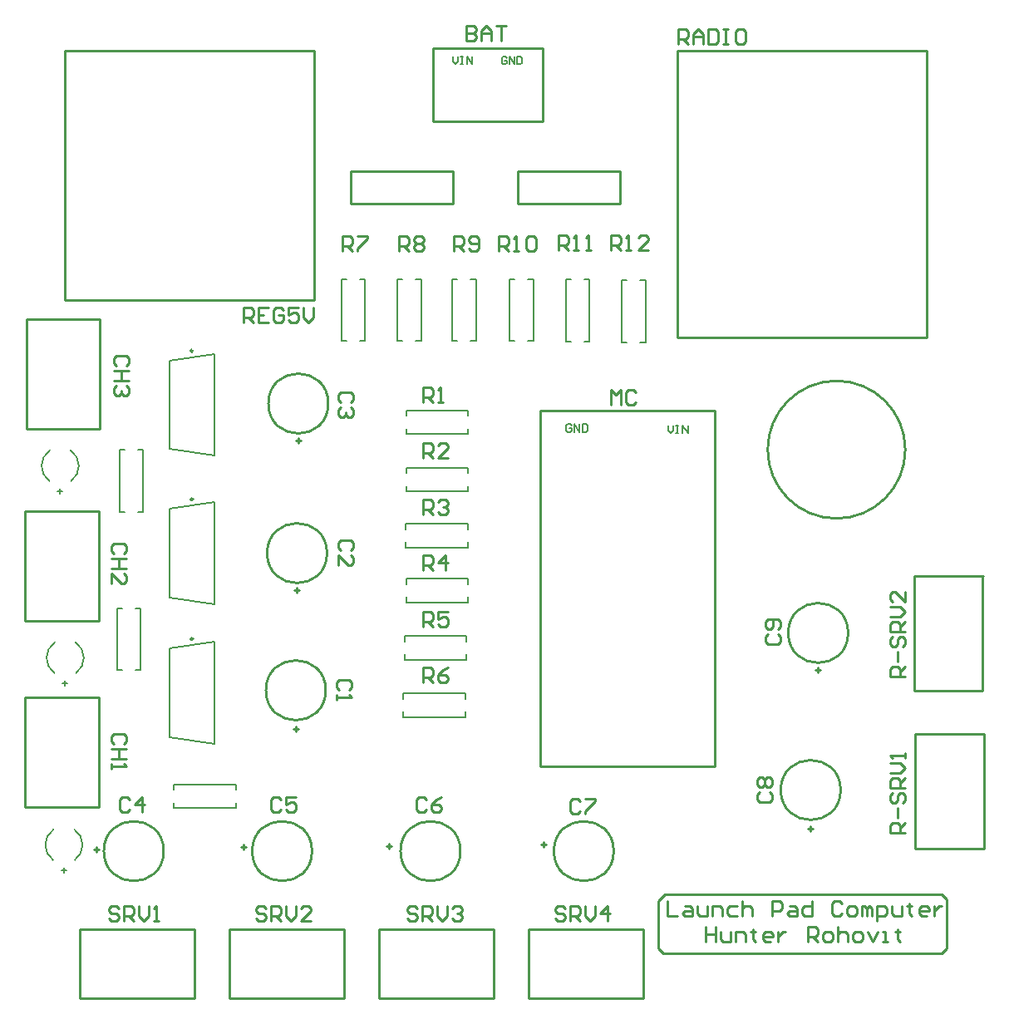
<source format=gto>
G04*
G04 #@! TF.GenerationSoftware,Altium Limited,Altium Designer,25.7.1 (20)*
G04*
G04 Layer_Color=65535*
%FSLAX44Y44*%
%MOMM*%
G71*
G04*
G04 #@! TF.SameCoordinates,9BF2C3B0-3B17-4BF1-8F46-E5792BC6C144*
G04*
G04*
G04 #@! TF.FilePolarity,Positive*
G04*
G01*
G75*
%ADD10C,0.2000*%
%ADD11C,0.2540*%
%ADD12C,0.2500*%
%ADD13C,0.1270*%
%ADD14C,0.1692*%
%ADD15C,0.1524*%
D10*
X68151Y342649D02*
G03*
X67706Y373938I-11001J15491D01*
G01*
X46594D02*
G03*
X46149Y342649I10556J-15798D01*
G01*
X63071Y538229D02*
G03*
X62626Y569518I-11001J15491D01*
G01*
X41514D02*
G03*
X41069Y538229I10556J-15798D01*
G01*
X66881Y152149D02*
G03*
X66436Y183438I-11001J15491D01*
G01*
X45324D02*
G03*
X44879Y152149I10556J-15798D01*
G01*
X54650Y331940D02*
X59650D01*
X57150Y329440D02*
Y334440D01*
X49570Y527520D02*
X54570D01*
X52070Y525020D02*
Y530020D01*
X53380Y141440D02*
X58380D01*
X55880Y138940D02*
Y143940D01*
X167890Y205170D02*
X230890D01*
X167890Y229170D02*
X230890D01*
X167890Y223910D02*
Y229170D01*
X230890Y205170D02*
Y210430D01*
X167890Y205170D02*
Y210430D01*
X230890Y223910D02*
Y229170D01*
X133920Y345690D02*
Y408690D01*
X109920Y345690D02*
Y408690D01*
Y345690D02*
X115180D01*
X128660Y408690D02*
X133920D01*
X128660Y345690D02*
X133920D01*
X109920Y408690D02*
X115180D01*
X136460Y506980D02*
Y569980D01*
X112460Y506980D02*
Y569980D01*
Y506980D02*
X117720D01*
X131200Y569980D02*
X136460D01*
X131200Y506980D02*
X136460D01*
X112460Y569980D02*
X117720D01*
X163370Y277580D02*
Y367580D01*
Y277580D02*
X208870Y270580D01*
X163370Y367580D02*
X208870Y374580D01*
Y270580D02*
Y374580D01*
Y563950D02*
Y667950D01*
X163370Y660950D02*
X208870Y667950D01*
X163370Y570950D02*
X208870Y563950D01*
X163370Y570950D02*
Y660950D01*
Y419820D02*
Y509820D01*
Y419820D02*
X208870Y412820D01*
X163370Y509820D02*
X208870Y516820D01*
Y412820D02*
Y516820D01*
X404110Y470600D02*
X467110D01*
X404110Y494600D02*
X467110D01*
X404110Y489340D02*
Y494600D01*
X467110Y470600D02*
Y475860D01*
X404110Y470600D02*
Y475860D01*
X467110Y489340D02*
Y494600D01*
X404660Y527750D02*
X467660D01*
X404660Y551750D02*
X467660D01*
X404660Y546490D02*
Y551750D01*
X467660Y527750D02*
Y533010D01*
X404660Y527750D02*
Y533010D01*
X467660Y546490D02*
Y551750D01*
X404660Y586170D02*
X467660D01*
X404660Y610170D02*
X467660D01*
X404660Y604910D02*
Y610170D01*
X467660Y586170D02*
Y591430D01*
X404660Y586170D02*
Y591430D01*
X467660Y604910D02*
Y610170D01*
X464570Y316620D02*
Y321880D01*
X401570Y297880D02*
Y303140D01*
X464570Y297880D02*
Y303140D01*
X401570Y316620D02*
Y321880D01*
X464570D01*
X401570Y297880D02*
X464570D01*
X467830Y433460D02*
Y438720D01*
X404830Y414720D02*
Y419980D01*
X467830Y414720D02*
Y419980D01*
X404830Y433460D02*
Y438720D01*
X467830D01*
X404830Y414720D02*
X467830D01*
X465840Y375040D02*
Y380300D01*
X402840Y356300D02*
Y361560D01*
X465840Y356300D02*
Y361560D01*
X402840Y375040D02*
Y380300D01*
X465840D01*
X402840Y356300D02*
X465840D01*
X624270Y679700D02*
Y742700D01*
X648270Y679700D02*
Y742700D01*
X643010D02*
X648270D01*
X624270Y679700D02*
X629530D01*
X624270Y742700D02*
X629530D01*
X643010Y679700D02*
X648270D01*
X567120Y680420D02*
Y743420D01*
X591120Y680420D02*
Y743420D01*
X585860D02*
X591120D01*
X567120Y680420D02*
X572380D01*
X567120Y743420D02*
X572380D01*
X585860Y680420D02*
X591120D01*
X509970Y680970D02*
Y743970D01*
X533970Y680970D02*
Y743970D01*
X528710D02*
X533970D01*
X509970Y680970D02*
X515230D01*
X509970Y743970D02*
X515230D01*
X528710Y680970D02*
X533970D01*
X451550D02*
Y743970D01*
X475550Y680970D02*
Y743970D01*
X470290D02*
X475550D01*
X451550Y680970D02*
X456810D01*
X451550Y743970D02*
X456810D01*
X470290Y680970D02*
X475550D01*
X395670D02*
Y743970D01*
X419670Y680970D02*
Y743970D01*
X414410D02*
X419670D01*
X395670Y680970D02*
X400930D01*
X395670Y743970D02*
X400930D01*
X414410Y680970D02*
X419670D01*
X338520D02*
Y743970D01*
X362520Y680970D02*
Y743970D01*
X357260D02*
X362520D01*
X338520Y680970D02*
X343780D01*
X338520Y743970D02*
X343780D01*
X357260Y680970D02*
X362520D01*
D11*
X912984Y570230D02*
G03*
X912984Y570230I-70104J0D01*
G01*
X325120Y617220D02*
G03*
X325120Y617220I-30480J0D01*
G01*
X323850Y464820D02*
G03*
X323850Y464820I-30480J0D01*
G01*
X322580Y325120D02*
G03*
X322580Y325120I-30480J0D01*
G01*
X157480Y161290D02*
G03*
X157480Y161290I-30480J0D01*
G01*
X615950D02*
G03*
X615950Y161290I-30480J0D01*
G01*
X308610D02*
G03*
X308610Y161290I-30480J0D01*
G01*
X847090Y223520D02*
G03*
X847090Y223520I-30480J0D01*
G01*
X459740Y161290D02*
G03*
X459740Y161290I-30480J0D01*
G01*
X854710Y383540D02*
G03*
X854710Y383540I-30480J0D01*
G01*
X86360Y162560D02*
X91440D01*
X88900Y160020D02*
Y165100D01*
X236220D02*
X241300D01*
X238760Y162560D02*
Y167640D01*
X384810Y166370D02*
X389890D01*
X387350Y163830D02*
Y168910D01*
X542290Y167640D02*
X547370D01*
X544830Y165100D02*
Y170180D01*
X814070Y184150D02*
X819150D01*
X816610Y181610D02*
Y186690D01*
X821690Y345440D02*
X826770D01*
X824230Y342900D02*
Y347980D01*
X294640Y576580D02*
Y581660D01*
X292100Y579120D02*
X297180D01*
X292100Y283210D02*
Y288290D01*
X289560Y285750D02*
X294640D01*
X290830Y426720D02*
X295910D01*
X293370Y424180D02*
Y429260D01*
X57150Y722630D02*
X311150D01*
X57150D02*
Y976630D01*
X311150D01*
Y722630D02*
Y976630D01*
X541020Y610250D02*
X718820D01*
Y247650D02*
Y610250D01*
X541020Y247650D02*
Y610250D01*
Y247650D02*
X718820D01*
X543560Y904240D02*
Y979170D01*
X431800D02*
X543560D01*
X431800Y904240D02*
Y979170D01*
Y904240D02*
X543560D01*
X16510Y317500D02*
X91440D01*
X16510Y205740D02*
Y317500D01*
Y205740D02*
X91440D01*
Y317500D01*
X16510Y507200D02*
X91440D01*
X16510Y395440D02*
Y507200D01*
Y395440D02*
X91440D01*
Y507200D01*
X17780Y702780D02*
X92710D01*
X17780Y591020D02*
Y702780D01*
Y591020D02*
X92710D01*
Y702780D01*
X666750Y57150D02*
X949960D01*
X668020Y116840D02*
X949960D01*
X955040Y62230D02*
Y111760D01*
X949960Y116840D02*
X955040Y111760D01*
X949960Y57150D02*
X955040Y62230D01*
X661670Y62230D02*
X666750Y57150D01*
X661670Y62230D02*
Y110490D01*
X668020Y116840D01*
X72098Y11430D02*
Y81280D01*
Y11430D02*
X188938D01*
Y11278D02*
Y81280D01*
X72098D02*
X188938D01*
X224650Y11430D02*
Y81280D01*
Y11430D02*
X341490D01*
Y11278D02*
Y81280D01*
X224650D02*
X341490D01*
X377050D02*
X493890D01*
Y11278D02*
Y81280D01*
X377050Y11430D02*
X493890D01*
X377050D02*
Y81280D01*
X923290Y163690D02*
Y280530D01*
X993292D01*
X993140Y163690D02*
Y280530D01*
X923290Y163690D02*
X993140D01*
X922020Y324980D02*
Y441820D01*
X992022D01*
X991870Y324980D02*
Y441820D01*
X922020Y324980D02*
X991870D01*
X529450Y81280D02*
X646290D01*
Y11278D02*
Y81280D01*
X529450Y11430D02*
X646290D01*
X529450D02*
Y81280D01*
X622300Y820420D02*
Y853440D01*
X518160D02*
X622300D01*
X518160Y820420D02*
Y853440D01*
Y820420D02*
X622300D01*
X452120D02*
Y853440D01*
X347980D02*
X452120D01*
X347980Y820420D02*
Y853440D01*
Y820420D02*
X452120D01*
X680720Y684530D02*
Y976630D01*
Y684530D02*
X934720D01*
X934720Y976630D02*
X934720Y684530D01*
X680720Y976630D02*
X934720D01*
X238760Y699770D02*
Y715005D01*
X246378D01*
X248917Y712466D01*
Y707387D01*
X246378Y704848D01*
X238760D01*
X243838D02*
X248917Y699770D01*
X264152Y715005D02*
X253995D01*
Y699770D01*
X264152D01*
X253995Y707387D02*
X259073D01*
X279387Y712466D02*
X276848Y715005D01*
X271769D01*
X269230Y712466D01*
Y702309D01*
X271769Y699770D01*
X276848D01*
X279387Y702309D01*
Y707387D01*
X274308D01*
X294622Y715005D02*
X284465D01*
Y707387D01*
X289544Y709927D01*
X292083D01*
X294622Y707387D01*
Y702309D01*
X292083Y699770D01*
X287004D01*
X284465Y702309D01*
X299700Y715005D02*
Y704848D01*
X304779Y699770D01*
X309857Y704848D01*
Y715005D01*
X613410Y615950D02*
Y631185D01*
X618488Y626107D01*
X623567Y631185D01*
Y615950D01*
X638802Y628646D02*
X636263Y631185D01*
X631184D01*
X628645Y628646D01*
Y618489D01*
X631184Y615950D01*
X636263D01*
X638802Y618489D01*
X466090Y1002025D02*
Y986790D01*
X473708D01*
X476247Y989329D01*
Y991868D01*
X473708Y994408D01*
X466090D01*
X473708D01*
X476247Y996947D01*
Y999486D01*
X473708Y1002025D01*
X466090D01*
X481325Y986790D02*
Y996947D01*
X486403Y1002025D01*
X491482Y996947D01*
Y986790D01*
Y994408D01*
X481325D01*
X496560Y1002025D02*
X506717D01*
X501638D01*
Y986790D01*
X116836Y270513D02*
X119375Y273053D01*
Y278131D01*
X116836Y280670D01*
X106679D01*
X104140Y278131D01*
Y273053D01*
X106679Y270513D01*
X119375Y265435D02*
X104140D01*
X111757D01*
Y255278D01*
X119375D01*
X104140D01*
Y250200D02*
Y245121D01*
Y247661D01*
X119375D01*
X116836Y250200D01*
Y464023D02*
X119375Y466562D01*
Y471641D01*
X116836Y474180D01*
X106679D01*
X104140Y471641D01*
Y466562D01*
X106679Y464023D01*
X119375Y458945D02*
X104140D01*
X111757D01*
Y448788D01*
X119375D01*
X104140D01*
Y433553D02*
Y443710D01*
X114297Y433553D01*
X116836D01*
X119375Y436092D01*
Y441171D01*
X116836Y443710D01*
X119376Y655793D02*
X121915Y658333D01*
Y663411D01*
X119376Y665950D01*
X109219D01*
X106680Y663411D01*
Y658333D01*
X109219Y655793D01*
X121915Y650715D02*
X106680D01*
X114298D01*
Y640558D01*
X121915D01*
X106680D01*
X119376Y635480D02*
X121915Y632941D01*
Y627862D01*
X119376Y625323D01*
X116837D01*
X114298Y627862D01*
Y630401D01*
Y627862D01*
X111758Y625323D01*
X109219D01*
X106680Y627862D01*
Y632941D01*
X109219Y635480D01*
X670560Y110483D02*
Y95248D01*
X680717D01*
X688334Y105405D02*
X693413D01*
X695952Y102866D01*
Y95248D01*
X688334D01*
X685795Y97788D01*
X688334Y100327D01*
X695952D01*
X701030Y105405D02*
Y97788D01*
X703569Y95248D01*
X711187D01*
Y105405D01*
X716265Y95248D02*
Y105405D01*
X723883D01*
X726422Y102866D01*
Y95248D01*
X741657Y105405D02*
X734040D01*
X731500Y102866D01*
Y97788D01*
X734040Y95248D01*
X741657D01*
X746735Y110483D02*
Y95248D01*
Y102866D01*
X749275Y105405D01*
X754353D01*
X756892Y102866D01*
Y95248D01*
X777206D02*
Y110483D01*
X784823D01*
X787362Y107944D01*
Y102866D01*
X784823Y100327D01*
X777206D01*
X794980Y105405D02*
X800058D01*
X802597Y102866D01*
Y95248D01*
X794980D01*
X792441Y97788D01*
X794980Y100327D01*
X802597D01*
X817832Y110483D02*
Y95248D01*
X810215D01*
X807676Y97788D01*
Y102866D01*
X810215Y105405D01*
X817832D01*
X848303Y107944D02*
X845763Y110483D01*
X840685D01*
X838146Y107944D01*
Y97788D01*
X840685Y95248D01*
X845763D01*
X848303Y97788D01*
X855920Y95248D02*
X860998D01*
X863538Y97788D01*
Y102866D01*
X860998Y105405D01*
X855920D01*
X853381Y102866D01*
Y97788D01*
X855920Y95248D01*
X868616D02*
Y105405D01*
X871155D01*
X873694Y102866D01*
Y95248D01*
Y102866D01*
X876234Y105405D01*
X878773Y102866D01*
Y95248D01*
X883851Y90170D02*
Y105405D01*
X891469D01*
X894008Y102866D01*
Y97788D01*
X891469Y95248D01*
X883851D01*
X899086Y105405D02*
Y97788D01*
X901625Y95248D01*
X909243D01*
Y105405D01*
X916860Y107944D02*
Y105405D01*
X914321D01*
X919399D01*
X916860D01*
Y97788D01*
X919399Y95248D01*
X934635D02*
X929556D01*
X927017Y97788D01*
Y102866D01*
X929556Y105405D01*
X934635D01*
X937174Y102866D01*
Y100327D01*
X927017D01*
X942252Y105405D02*
Y95248D01*
Y100327D01*
X944791Y102866D01*
X947330Y105405D01*
X949870D01*
X709930Y83815D02*
Y68580D01*
Y76198D01*
X720087D01*
Y83815D01*
Y68580D01*
X725165Y78737D02*
Y71119D01*
X727704Y68580D01*
X735322D01*
Y78737D01*
X740400Y68580D02*
Y78737D01*
X748018D01*
X750557Y76198D01*
Y68580D01*
X758174Y81276D02*
Y78737D01*
X755635D01*
X760714D01*
X758174D01*
Y71119D01*
X760714Y68580D01*
X775949D02*
X770870D01*
X768331Y71119D01*
Y76198D01*
X770870Y78737D01*
X775949D01*
X778488Y76198D01*
Y73658D01*
X768331D01*
X783566Y78737D02*
Y68580D01*
Y73658D01*
X786105Y76198D01*
X788644Y78737D01*
X791184D01*
X814036Y68580D02*
Y83815D01*
X821654D01*
X824193Y81276D01*
Y76198D01*
X821654Y73658D01*
X814036D01*
X819115D02*
X824193Y68580D01*
X831811D02*
X836889D01*
X839428Y71119D01*
Y76198D01*
X836889Y78737D01*
X831811D01*
X829271Y76198D01*
Y71119D01*
X831811Y68580D01*
X844507Y83815D02*
Y68580D01*
Y76198D01*
X847046Y78737D01*
X852124D01*
X854663Y76198D01*
Y68580D01*
X862281D02*
X867359D01*
X869898Y71119D01*
Y76198D01*
X867359Y78737D01*
X862281D01*
X859742Y76198D01*
Y71119D01*
X862281Y68580D01*
X874977Y78737D02*
X880055Y68580D01*
X885133Y78737D01*
X890212Y68580D02*
X895290D01*
X892751D01*
Y78737D01*
X890212D01*
X905447Y81276D02*
Y78737D01*
X902908D01*
X907986D01*
X905447D01*
Y71119D01*
X907986Y68580D01*
X111757Y102866D02*
X109218Y105405D01*
X104139D01*
X101600Y102866D01*
Y100327D01*
X104139Y97788D01*
X109218D01*
X111757Y95248D01*
Y92709D01*
X109218Y90170D01*
X104139D01*
X101600Y92709D01*
X116835Y90170D02*
Y105405D01*
X124453D01*
X126992Y102866D01*
Y97788D01*
X124453Y95248D01*
X116835D01*
X121913D02*
X126992Y90170D01*
X132070Y105405D02*
Y95248D01*
X137149Y90170D01*
X142227Y95248D01*
Y105405D01*
X147305Y90170D02*
X152384D01*
X149844D01*
Y105405D01*
X147305Y102866D01*
X261769D02*
X259230Y105405D01*
X254152D01*
X251612Y102866D01*
Y100327D01*
X254152Y97788D01*
X259230D01*
X261769Y95248D01*
Y92709D01*
X259230Y90170D01*
X254152D01*
X251612Y92709D01*
X266847Y90170D02*
Y105405D01*
X274465D01*
X277004Y102866D01*
Y97788D01*
X274465Y95248D01*
X266847D01*
X271926D02*
X277004Y90170D01*
X282083Y105405D02*
Y95248D01*
X287161Y90170D01*
X292239Y95248D01*
Y105405D01*
X307474Y90170D02*
X297318D01*
X307474Y100327D01*
Y102866D01*
X304935Y105405D01*
X299857D01*
X297318Y102866D01*
X415439D02*
X412900Y105405D01*
X407822D01*
X405282Y102866D01*
Y100327D01*
X407822Y97788D01*
X412900D01*
X415439Y95248D01*
Y92709D01*
X412900Y90170D01*
X407822D01*
X405282Y92709D01*
X420518Y90170D02*
Y105405D01*
X428135D01*
X430674Y102866D01*
Y97788D01*
X428135Y95248D01*
X420518D01*
X425596D02*
X430674Y90170D01*
X435752Y105405D02*
Y95248D01*
X440831Y90170D01*
X445909Y95248D01*
Y105405D01*
X450988Y102866D02*
X453527Y105405D01*
X458605D01*
X461144Y102866D01*
Y100327D01*
X458605Y97788D01*
X456066D01*
X458605D01*
X461144Y95248D01*
Y92709D01*
X458605Y90170D01*
X453527D01*
X450988Y92709D01*
X913130Y179781D02*
X897895D01*
Y187399D01*
X900434Y189938D01*
X905512D01*
X908052Y187399D01*
Y179781D01*
Y184860D02*
X913130Y189938D01*
X905512Y195016D02*
Y205173D01*
X900434Y220408D02*
X897895Y217869D01*
Y212791D01*
X900434Y210251D01*
X902973D01*
X905512Y212791D01*
Y217869D01*
X908052Y220408D01*
X910591D01*
X913130Y217869D01*
Y212791D01*
X910591Y210251D01*
X913130Y225486D02*
X897895D01*
Y233104D01*
X900434Y235643D01*
X905512D01*
X908052Y233104D01*
Y225486D01*
Y230565D02*
X913130Y235643D01*
X897895Y240721D02*
X908052D01*
X913130Y245800D01*
X908052Y250878D01*
X897895D01*
X913130Y255957D02*
Y261035D01*
Y258496D01*
X897895D01*
X900434Y255957D01*
X913130Y338950D02*
X897895D01*
Y346568D01*
X900434Y349107D01*
X905512D01*
X908052Y346568D01*
Y338950D01*
Y344029D02*
X913130Y349107D01*
X905512Y354185D02*
Y364342D01*
X900434Y379577D02*
X897895Y377038D01*
Y371960D01*
X900434Y369420D01*
X902973D01*
X905512Y371960D01*
Y377038D01*
X908052Y379577D01*
X910591D01*
X913130Y377038D01*
Y371960D01*
X910591Y369420D01*
X913130Y384655D02*
X897895D01*
Y392273D01*
X900434Y394812D01*
X905512D01*
X908052Y392273D01*
Y384655D01*
Y389734D02*
X913130Y394812D01*
X897895Y399891D02*
X908052D01*
X913130Y404969D01*
X908052Y410047D01*
X897895D01*
X913130Y425282D02*
Y415126D01*
X902973Y425282D01*
X900434D01*
X897895Y422743D01*
Y417665D01*
X900434Y415126D01*
X566569Y102866D02*
X564030Y105405D01*
X558952D01*
X556412Y102866D01*
Y100327D01*
X558952Y97788D01*
X564030D01*
X566569Y95248D01*
Y92709D01*
X564030Y90170D01*
X558952D01*
X556412Y92709D01*
X571647Y90170D02*
Y105405D01*
X579265D01*
X581804Y102866D01*
Y97788D01*
X579265Y95248D01*
X571647D01*
X576726D02*
X581804Y90170D01*
X586883Y105405D02*
Y95248D01*
X591961Y90170D01*
X597039Y95248D01*
Y105405D01*
X609735Y90170D02*
Y105405D01*
X602118Y97788D01*
X612274D01*
X681990Y982980D02*
Y998215D01*
X689607D01*
X692147Y995676D01*
Y990598D01*
X689607Y988058D01*
X681990D01*
X687068D02*
X692147Y982980D01*
X697225D02*
Y993137D01*
X702303Y998215D01*
X707382Y993137D01*
Y982980D01*
Y990598D01*
X697225D01*
X712460Y998215D02*
Y982980D01*
X720078D01*
X722617Y985519D01*
Y995676D01*
X720078Y998215D01*
X712460D01*
X727695D02*
X732774D01*
X730234D01*
Y982980D01*
X727695D01*
X732774D01*
X748009Y998215D02*
X742930D01*
X740391Y995676D01*
Y985519D01*
X742930Y982980D01*
X748009D01*
X750548Y985519D01*
Y995676D01*
X748009Y998215D01*
X773432Y382271D02*
X770892Y379732D01*
Y374653D01*
X773432Y372114D01*
X783588D01*
X786127Y374653D01*
Y379732D01*
X783588Y382271D01*
Y387349D02*
X786127Y389888D01*
Y394967D01*
X783588Y397506D01*
X773432D01*
X770892Y394967D01*
Y389888D01*
X773432Y387349D01*
X775971D01*
X778510Y389888D01*
Y397506D01*
X764542Y220981D02*
X762002Y218442D01*
Y213363D01*
X764542Y210824D01*
X774698D01*
X777237Y213363D01*
Y218442D01*
X774698Y220981D01*
X764542Y226059D02*
X762002Y228598D01*
Y233677D01*
X764542Y236216D01*
X767081D01*
X769620Y233677D01*
X772159Y236216D01*
X774698D01*
X777237Y233677D01*
Y228598D01*
X774698Y226059D01*
X772159D01*
X769620Y228598D01*
X767081Y226059D01*
X764542D01*
X769620Y228598D02*
Y233677D01*
X581661Y212088D02*
X579122Y214627D01*
X574043D01*
X571504Y212088D01*
Y201932D01*
X574043Y199393D01*
X579122D01*
X581661Y201932D01*
X586739Y214627D02*
X596896D01*
Y212088D01*
X586739Y201932D01*
Y199393D01*
X425451Y213358D02*
X422912Y215898D01*
X417833D01*
X415294Y213358D01*
Y203202D01*
X417833Y200662D01*
X422912D01*
X425451Y203202D01*
X440686Y215898D02*
X435607Y213358D01*
X430529Y208280D01*
Y203202D01*
X433068Y200662D01*
X438147D01*
X440686Y203202D01*
Y205741D01*
X438147Y208280D01*
X430529D01*
X276861Y213358D02*
X274322Y215898D01*
X269243D01*
X266704Y213358D01*
Y203202D01*
X269243Y200662D01*
X274322D01*
X276861Y203202D01*
X292096Y215898D02*
X281939D01*
Y208280D01*
X287017Y210819D01*
X289557D01*
X292096Y208280D01*
Y203202D01*
X289557Y200662D01*
X284478D01*
X281939Y203202D01*
X123191Y213358D02*
X120652Y215898D01*
X115573D01*
X113034Y213358D01*
Y203202D01*
X115573Y200662D01*
X120652D01*
X123191Y203202D01*
X135887Y200662D02*
Y215898D01*
X128269Y208280D01*
X138426D01*
X347978Y618489D02*
X350518Y621028D01*
Y626107D01*
X347978Y628646D01*
X337822D01*
X335283Y626107D01*
Y621028D01*
X337822Y618489D01*
X347978Y613411D02*
X350518Y610872D01*
Y605793D01*
X347978Y603254D01*
X345439D01*
X342900Y605793D01*
Y608332D01*
Y605793D01*
X340361Y603254D01*
X337822D01*
X335283Y605793D01*
Y610872D01*
X337822Y613411D01*
X347978Y467359D02*
X350518Y469898D01*
Y474977D01*
X347978Y477516D01*
X337822D01*
X335283Y474977D01*
Y469898D01*
X337822Y467359D01*
X335283Y452124D02*
Y462281D01*
X345439Y452124D01*
X347978D01*
X350518Y454663D01*
Y459742D01*
X347978Y462281D01*
X346708Y325120D02*
X349248Y327659D01*
Y332738D01*
X346708Y335277D01*
X336552D01*
X334012Y332738D01*
Y327659D01*
X336552Y325120D01*
X334012Y320042D02*
Y314963D01*
Y317502D01*
X349248D01*
X346708Y320042D01*
X613416Y773432D02*
Y788668D01*
X621034D01*
X623573Y786128D01*
Y781050D01*
X621034Y778511D01*
X613416D01*
X618494D02*
X623573Y773432D01*
X628651D02*
X633730D01*
X631190D01*
Y788668D01*
X628651Y786128D01*
X651504Y773432D02*
X641347D01*
X651504Y783589D01*
Y786128D01*
X648965Y788668D01*
X643886D01*
X641347Y786128D01*
X560075Y773432D02*
Y788668D01*
X567693D01*
X570232Y786128D01*
Y781050D01*
X567693Y778511D01*
X560075D01*
X565154D02*
X570232Y773432D01*
X575310D02*
X580389D01*
X577850D01*
Y788668D01*
X575310Y786128D01*
X588006Y773432D02*
X593085D01*
X590546D01*
Y788668D01*
X588006Y786128D01*
X498487Y772546D02*
Y787781D01*
X506105D01*
X508644Y785242D01*
Y780163D01*
X506105Y777624D01*
X498487D01*
X503566D02*
X508644Y772546D01*
X513722D02*
X518801D01*
X516262D01*
Y787781D01*
X513722Y785242D01*
X526418D02*
X528957Y787781D01*
X534036D01*
X536575Y785242D01*
Y775085D01*
X534036Y772546D01*
X528957D01*
X526418Y775085D01*
Y785242D01*
X452763Y772546D02*
Y787781D01*
X460381D01*
X462920Y785242D01*
Y780163D01*
X460381Y777624D01*
X452763D01*
X457842D02*
X462920Y772546D01*
X467998Y775085D02*
X470537Y772546D01*
X475616D01*
X478155Y775085D01*
Y785242D01*
X475616Y787781D01*
X470537D01*
X467998Y785242D01*
Y782703D01*
X470537Y780163D01*
X478155D01*
X396883Y772546D02*
Y787781D01*
X404501D01*
X407040Y785242D01*
Y780163D01*
X404501Y777624D01*
X396883D01*
X401962D02*
X407040Y772546D01*
X412118Y785242D02*
X414658Y787781D01*
X419736D01*
X422275Y785242D01*
Y782703D01*
X419736Y780163D01*
X422275Y777624D01*
Y775085D01*
X419736Y772546D01*
X414658D01*
X412118Y775085D01*
Y777624D01*
X414658Y780163D01*
X412118Y782703D01*
Y785242D01*
X414658Y780163D02*
X419736D01*
X339733Y772546D02*
Y787781D01*
X347351D01*
X349890Y785242D01*
Y780163D01*
X347351Y777624D01*
X339733D01*
X344812D02*
X349890Y772546D01*
X354968Y787781D02*
X365125D01*
Y785242D01*
X354968Y775085D01*
Y772546D01*
X421644Y504193D02*
Y519427D01*
X429262D01*
X431801Y516888D01*
Y511810D01*
X429262Y509271D01*
X421644D01*
X426722D02*
X431801Y504193D01*
X436879Y516888D02*
X439418Y519427D01*
X444497D01*
X447036Y516888D01*
Y514349D01*
X444497Y511810D01*
X441958D01*
X444497D01*
X447036Y509271D01*
Y506732D01*
X444497Y504193D01*
X439418D01*
X436879Y506732D01*
X421644Y561343D02*
Y576577D01*
X429262D01*
X431801Y574038D01*
Y568960D01*
X429262Y566421D01*
X421644D01*
X426722D02*
X431801Y561343D01*
X447036D02*
X436879D01*
X447036Y571499D01*
Y574038D01*
X444497Y576577D01*
X439418D01*
X436879Y574038D01*
X421643Y618493D02*
Y633727D01*
X429261D01*
X431800Y631188D01*
Y626110D01*
X429261Y623571D01*
X421643D01*
X426722D02*
X431800Y618493D01*
X436878D02*
X441957D01*
X439418D01*
Y633727D01*
X436878Y631188D01*
X421644Y332743D02*
Y347977D01*
X429262D01*
X431801Y345438D01*
Y340360D01*
X429262Y337821D01*
X421644D01*
X426722D02*
X431801Y332743D01*
X447036Y347977D02*
X441958Y345438D01*
X436879Y340360D01*
Y335282D01*
X439418Y332743D01*
X444497D01*
X447036Y335282D01*
Y337821D01*
X444497Y340360D01*
X436879D01*
X421644Y389893D02*
Y405127D01*
X429262D01*
X431801Y402588D01*
Y397510D01*
X429262Y394971D01*
X421644D01*
X426722D02*
X431801Y389893D01*
X447036Y405127D02*
X436879D01*
Y397510D01*
X441958Y400049D01*
X444497D01*
X447036Y397510D01*
Y392432D01*
X444497Y389893D01*
X439418D01*
X436879Y392432D01*
X421644Y447043D02*
Y462277D01*
X429262D01*
X431801Y459738D01*
Y454660D01*
X429262Y452121D01*
X421644D01*
X426722D02*
X431801Y447043D01*
X444497D02*
Y462277D01*
X436879Y454660D01*
X447036D01*
D12*
X187370Y377580D02*
G03*
X187370Y377580I-1250J0D01*
G01*
Y670950D02*
G03*
X187370Y670950I-1250J0D01*
G01*
Y519820D02*
G03*
X187370Y519820I-1250J0D01*
G01*
D13*
X541020Y610250D02*
X718820D01*
X541020Y247650D02*
Y610250D01*
X718820Y247650D02*
Y610250D01*
X541020Y247650D02*
X718820D01*
D14*
X573107Y594781D02*
X571753Y596135D01*
X569044D01*
X567690Y594781D01*
Y589364D01*
X569044Y588010D01*
X571753D01*
X573107Y589364D01*
Y592073D01*
X570398D01*
X575815Y588010D02*
Y596135D01*
X581232Y588010D01*
Y596135D01*
X583941D02*
Y588010D01*
X588003D01*
X589358Y589364D01*
Y594781D01*
X588003Y596135D01*
X583941D01*
X671149Y594903D02*
Y589486D01*
X673857Y586777D01*
X676565Y589486D01*
Y594903D01*
X679274D02*
X681982D01*
X680628D01*
Y586777D01*
X679274D01*
X681982D01*
X686045D02*
Y594903D01*
X691462Y586777D01*
Y594903D01*
D15*
X452374Y970531D02*
Y965453D01*
X454913Y962914D01*
X457452Y965453D01*
Y970531D01*
X459991D02*
X462531D01*
X461261D01*
Y962914D01*
X459991D01*
X462531D01*
X466339D02*
Y970531D01*
X471418Y962914D01*
Y970531D01*
X506982Y969262D02*
X505713Y970531D01*
X503174D01*
X501904Y969262D01*
Y964184D01*
X503174Y962914D01*
X505713D01*
X506982Y964184D01*
Y966723D01*
X504443D01*
X509521Y962914D02*
Y970531D01*
X514600Y962914D01*
Y970531D01*
X517139D02*
Y962914D01*
X520948D01*
X522217Y964184D01*
Y969262D01*
X520948Y970531D01*
X517139D01*
M02*

</source>
